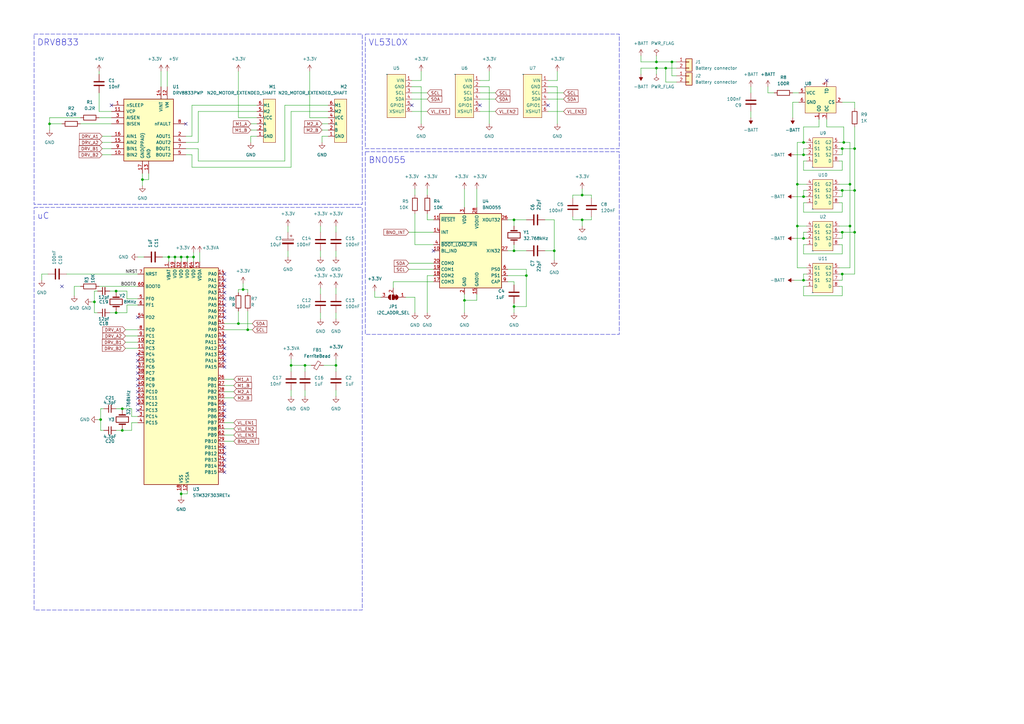
<source format=kicad_sch>
(kicad_sch (version 20230121) (generator eeschema)
  (paper "A3")
  (junction (at 101.6 135.255))
  (junction (at 350.52 78.105))
  (junction (at 79.375 105.41))
  (junction (at 238.76 90.17))
  (junction (at 137.795 149.86))
  (junction (at 47.625 128.27))
  (junction (at 71.755 105.41))
  (junction (at 50.165 176.53))
  (junction (at 346.075 58.42))
  (junction (at 215.9 113.03))
  (junction (at 125.095 149.86))
  (junction (at 345.44 95.25))
  (junction (at 350.52 95.25))
  (junction (at 74.295 105.41))
  (junction (at 269.24 27.94))
  (junction (at 97.79 132.715))
  (junction (at 327.025 75.565))
  (junction (at 345.44 78.105))
  (junction (at 190.5 123.19))
  (junction (at 99.695 118.745))
  (junction (at 329.565 63.5))
  (junction (at 275.59 25.4))
  (junction (at 38.735 123.825))
  (junction (at 210.82 125.73))
  (junction (at 58.42 73.66))
  (junction (at 329.565 58.42))
  (junction (at 50.165 167.64))
  (junction (at 41.275 172.085))
  (junction (at 269.24 25.4))
  (junction (at 273.05 27.94))
  (junction (at 69.215 105.41))
  (junction (at 348.615 75.565))
  (junction (at 345.44 60.96))
  (junction (at 210.82 102.87))
  (junction (at 74.295 202.565))
  (junction (at 327.025 92.71))
  (junction (at 238.76 80.01))
  (junction (at 119.38 149.86))
  (junction (at 329.565 97.79))
  (junction (at 76.835 105.41))
  (junction (at 350.52 60.96))
  (junction (at 20.32 50.8))
  (junction (at 210.82 90.17))
  (junction (at 345.44 112.395))
  (junction (at 329.565 114.935))
  (junction (at 329.565 80.645))
  (junction (at 227.33 102.87))
  (junction (at 348.615 92.71))
  (junction (at 47.625 119.38))
  (no_connect (at 196.85 43.18))
  (no_connect (at 92.075 127.635))
  (no_connect (at 92.075 147.955))
  (no_connect (at 92.075 142.875))
  (no_connect (at 92.075 117.475))
  (no_connect (at 92.075 186.055))
  (no_connect (at 56.515 150.495))
  (no_connect (at 76.2 50.8))
  (no_connect (at 92.075 145.415))
  (no_connect (at 92.075 125.095))
  (no_connect (at 92.075 170.815))
  (no_connect (at 56.515 160.655))
  (no_connect (at 92.075 188.595))
  (no_connect (at 56.515 130.175))
  (no_connect (at 56.515 168.275))
  (no_connect (at 177.8 102.87))
  (no_connect (at 168.91 43.18))
  (no_connect (at 92.075 130.175))
  (no_connect (at 92.075 137.795))
  (no_connect (at 92.075 114.935))
  (no_connect (at 56.515 145.415))
  (no_connect (at 92.075 112.395))
  (no_connect (at 92.075 122.555))
  (no_connect (at 92.075 150.495))
  (no_connect (at 339.09 33.02))
  (no_connect (at 92.075 193.675))
  (no_connect (at 224.79 43.18))
  (no_connect (at 92.075 140.335))
  (no_connect (at 92.075 191.135))
  (no_connect (at 56.515 158.115))
  (no_connect (at 92.075 165.735))
  (no_connect (at 56.515 155.575))
  (no_connect (at 45.72 43.18))
  (no_connect (at 56.515 163.195))
  (no_connect (at 92.075 120.015))
  (no_connect (at 92.075 168.275))
  (no_connect (at 56.515 153.035))
  (no_connect (at 56.515 165.735))
  (no_connect (at 25.4 117.475))
  (no_connect (at 92.075 183.515))
  (no_connect (at 56.515 147.955))
  (wire (pts (xy 329.565 80.645) (xy 330.835 80.645)))
  (wire (pts (xy 224.79 38.1) (xy 231.14 38.1)))
  (wire (pts (xy 92.075 178.435) (xy 95.885 178.435)))
  (wire (pts (xy 66.675 105.41) (xy 69.215 105.41)))
  (wire (pts (xy 345.44 83.185) (xy 344.17 83.185)))
  (wire (pts (xy 76.2 63.5) (xy 78.74 63.5)))
  (wire (pts (xy 53.975 170.815) (xy 56.515 170.815)))
  (wire (pts (xy 348.615 92.71) (xy 348.615 109.855)))
  (wire (pts (xy 60.96 71.12) (xy 60.96 73.66)))
  (wire (pts (xy 177.8 115.57) (xy 161.29 115.57)))
  (wire (pts (xy 215.9 110.49) (xy 215.9 113.03)))
  (wire (pts (xy 234.95 80.01) (xy 234.95 81.28)))
  (wire (pts (xy 345.44 86.995) (xy 345.44 83.185)))
  (wire (pts (xy 350.52 95.25) (xy 345.44 95.25)))
  (wire (pts (xy 47.625 167.64) (xy 50.165 167.64)))
  (wire (pts (xy 262.89 22.86) (xy 262.89 25.4)))
  (wire (pts (xy 51.435 142.875) (xy 56.515 142.875)))
  (wire (pts (xy 76.835 202.565) (xy 74.295 202.565)))
  (wire (pts (xy 238.76 80.01) (xy 234.95 80.01)))
  (wire (pts (xy 168.91 40.64) (xy 175.26 40.64)))
  (wire (pts (xy 105.41 55.88) (xy 102.87 55.88)))
  (wire (pts (xy 132.08 58.42) (xy 132.08 55.88)))
  (wire (pts (xy 51.435 135.255) (xy 56.515 135.255)))
  (wire (pts (xy 234.95 90.17) (xy 234.95 88.9)))
  (wire (pts (xy 52.07 119.38) (xy 52.07 122.555)))
  (wire (pts (xy 33.02 48.26) (xy 20.32 48.26)))
  (wire (pts (xy 81.28 58.42) (xy 81.28 45.72)))
  (wire (pts (xy 170.18 100.33) (xy 170.18 87.63)))
  (wire (pts (xy 262.89 25.4) (xy 269.24 25.4)))
  (wire (pts (xy 47.625 127.635) (xy 47.625 128.27)))
  (wire (pts (xy 79.375 107.315) (xy 79.375 105.41)))
  (wire (pts (xy 92.075 180.975) (xy 95.885 180.975)))
  (wire (pts (xy 74.295 107.315) (xy 74.295 105.41)))
  (wire (pts (xy 134.62 48.26) (xy 127 48.26)))
  (wire (pts (xy 329.565 114.935) (xy 330.835 114.935)))
  (wire (pts (xy 329.565 86.995) (xy 345.44 86.995)))
  (wire (pts (xy 33.02 117.475) (xy 30.48 117.475)))
  (wire (pts (xy 346.075 52.07) (xy 346.075 58.42)))
  (wire (pts (xy 344.17 60.96) (xy 345.44 60.96)))
  (wire (pts (xy 190.5 123.19) (xy 190.5 128.27)))
  (wire (pts (xy 307.975 35.56) (xy 307.975 38.1)))
  (wire (pts (xy 116.84 66.04) (xy 116.84 43.18)))
  (wire (pts (xy 329.565 58.42) (xy 329.565 52.07)))
  (wire (pts (xy 101.6 127.635) (xy 101.6 135.255)))
  (wire (pts (xy 161.29 115.57) (xy 161.29 118.11)))
  (wire (pts (xy 131.445 102.87) (xy 131.445 105.41)))
  (wire (pts (xy 76.835 105.41) (xy 74.295 105.41)))
  (wire (pts (xy 172.72 33.02) (xy 172.72 29.21)))
  (wire (pts (xy 52.07 125.095) (xy 56.515 125.095)))
  (wire (pts (xy 132.715 149.86) (xy 137.795 149.86)))
  (wire (pts (xy 195.58 77.47) (xy 195.58 85.09)))
  (wire (pts (xy 134.62 55.88) (xy 132.08 55.88)))
  (wire (pts (xy 327.025 109.855) (xy 330.835 109.855)))
  (wire (pts (xy 238.76 90.17) (xy 238.76 92.71)))
  (wire (pts (xy 345.44 60.96) (xy 350.52 60.96)))
  (wire (pts (xy 47.625 119.38) (xy 52.07 119.38)))
  (wire (pts (xy 119.38 45.72) (xy 134.62 45.72)))
  (wire (pts (xy 66.04 29.21) (xy 66.04 35.56)))
  (wire (pts (xy 20.32 50.8) (xy 20.32 53.34)))
  (wire (pts (xy 275.59 25.4) (xy 277.495 25.4)))
  (wire (pts (xy 119.38 149.86) (xy 119.38 152.4)))
  (wire (pts (xy 118.11 102.87) (xy 118.11 105.41)))
  (wire (pts (xy 339.09 48.895) (xy 339.09 52.07)))
  (wire (pts (xy 79.375 105.41) (xy 76.835 105.41)))
  (wire (pts (xy 344.17 80.645) (xy 345.44 80.645)))
  (wire (pts (xy 200.66 35.56) (xy 200.66 50.8)))
  (wire (pts (xy 175.26 77.47) (xy 175.26 80.01)))
  (wire (pts (xy 177.8 100.33) (xy 170.18 100.33)))
  (wire (pts (xy 195.58 120.65) (xy 195.58 123.19)))
  (wire (pts (xy 208.28 113.03) (xy 215.9 113.03)))
  (wire (pts (xy 223.52 90.17) (xy 227.33 90.17)))
  (wire (pts (xy 27.305 112.395) (xy 56.515 112.395)))
  (wire (pts (xy 350.52 95.25) (xy 350.52 112.395)))
  (wire (pts (xy 330.835 78.105) (xy 329.565 78.105)))
  (wire (pts (xy 350.52 52.07) (xy 350.52 60.96)))
  (wire (pts (xy 97.79 132.715) (xy 103.505 132.715)))
  (wire (pts (xy 132.08 53.34) (xy 134.62 53.34)))
  (wire (pts (xy 137.795 149.86) (xy 137.795 152.4)))
  (wire (pts (xy 137.795 102.87) (xy 137.795 105.41)))
  (wire (pts (xy 345.44 69.85) (xy 345.44 66.04)))
  (wire (pts (xy 167.64 95.25) (xy 177.8 95.25)))
  (wire (pts (xy 238.76 80.01) (xy 242.57 80.01)))
  (wire (pts (xy 81.28 45.72) (xy 105.41 45.72)))
  (wire (pts (xy 41.275 172.085) (xy 41.275 176.53)))
  (wire (pts (xy 40.64 117.475) (xy 56.515 117.475)))
  (wire (pts (xy 325.755 97.79) (xy 329.565 97.79)))
  (wire (pts (xy 52.07 122.555) (xy 56.515 122.555)))
  (wire (pts (xy 92.075 132.715) (xy 97.79 132.715)))
  (wire (pts (xy 41.275 167.64) (xy 41.275 172.085)))
  (wire (pts (xy 81.915 103.505) (xy 81.915 107.315)))
  (wire (pts (xy 350.52 78.105) (xy 345.44 78.105)))
  (wire (pts (xy 131.445 118.11) (xy 131.445 120.65)))
  (wire (pts (xy 269.24 25.4) (xy 275.59 25.4)))
  (wire (pts (xy 50.165 167.64) (xy 50.165 168.275)))
  (wire (pts (xy 168.91 33.02) (xy 172.72 33.02)))
  (wire (pts (xy 167.64 107.95) (xy 177.8 107.95)))
  (wire (pts (xy 168.91 38.1) (xy 175.26 38.1)))
  (wire (pts (xy 41.91 60.96) (xy 45.72 60.96)))
  (wire (pts (xy 344.17 63.5) (xy 345.44 63.5)))
  (wire (pts (xy 329.565 112.395) (xy 329.565 114.935)))
  (wire (pts (xy 58.42 73.66) (xy 60.96 73.66)))
  (wire (pts (xy 97.79 29.21) (xy 97.79 48.26)))
  (wire (pts (xy 330.835 100.33) (xy 329.565 100.33)))
  (wire (pts (xy 97.79 118.745) (xy 97.79 120.015)))
  (wire (pts (xy 196.85 45.72) (xy 203.2 45.72)))
  (wire (pts (xy 97.79 127.635) (xy 97.79 132.715)))
  (wire (pts (xy 78.74 63.5) (xy 78.74 68.58)))
  (wire (pts (xy 314.96 38.1) (xy 314.96 35.56)))
  (wire (pts (xy 50.165 167.64) (xy 53.975 167.64)))
  (wire (pts (xy 40.005 119.38) (xy 38.735 119.38)))
  (wire (pts (xy 131.445 92.71) (xy 131.445 95.25)))
  (wire (pts (xy 190.5 77.47) (xy 190.5 85.09)))
  (wire (pts (xy 327.66 41.91) (xy 325.12 41.91)))
  (wire (pts (xy 170.18 121.92) (xy 170.18 128.27)))
  (wire (pts (xy 53.975 176.53) (xy 53.975 173.355)))
  (wire (pts (xy 81.28 58.42) (xy 76.2 58.42)))
  (wire (pts (xy 76.835 107.315) (xy 76.835 105.41)))
  (wire (pts (xy 327.025 92.71) (xy 327.025 109.855)))
  (wire (pts (xy 74.295 105.41) (xy 71.755 105.41)))
  (wire (pts (xy 40.005 128.27) (xy 38.735 128.27)))
  (wire (pts (xy 269.24 27.94) (xy 269.24 30.48)))
  (wire (pts (xy 58.42 73.66) (xy 58.42 76.2)))
  (wire (pts (xy 137.795 128.27) (xy 137.795 130.81)))
  (wire (pts (xy 210.82 125.73) (xy 210.82 128.27)))
  (wire (pts (xy 325.755 114.935) (xy 329.565 114.935)))
  (wire (pts (xy 227.33 102.87) (xy 223.52 102.87)))
  (wire (pts (xy 74.295 202.565) (xy 74.295 203.835)))
  (wire (pts (xy 69.215 105.41) (xy 69.215 107.315)))
  (wire (pts (xy 33.02 50.8) (xy 45.72 50.8)))
  (wire (pts (xy 118.11 92.71) (xy 118.11 95.25)))
  (wire (pts (xy 17.145 112.395) (xy 17.145 114.935)))
  (wire (pts (xy 177.8 113.03) (xy 175.26 113.03)))
  (wire (pts (xy 175.26 113.03) (xy 175.26 128.27)))
  (wire (pts (xy 74.295 201.295) (xy 74.295 202.565)))
  (wire (pts (xy 238.76 90.17) (xy 234.95 90.17)))
  (wire (pts (xy 327.025 58.42) (xy 327.025 75.565)))
  (wire (pts (xy 102.87 58.42) (xy 102.87 55.88)))
  (wire (pts (xy 242.57 81.28) (xy 242.57 80.01)))
  (wire (pts (xy 92.075 163.195) (xy 95.885 163.195)))
  (wire (pts (xy 137.795 160.02) (xy 137.795 162.56)))
  (wire (pts (xy 92.075 158.115) (xy 95.885 158.115)))
  (wire (pts (xy 69.215 105.41) (xy 71.755 105.41)))
  (wire (pts (xy 101.6 120.015) (xy 101.6 118.745)))
  (wire (pts (xy 41.275 176.53) (xy 42.545 176.53)))
  (wire (pts (xy 330.835 58.42) (xy 329.565 58.42)))
  (wire (pts (xy 38.735 123.825) (xy 37.465 123.825)))
  (wire (pts (xy 78.74 68.58) (xy 119.38 68.58)))
  (wire (pts (xy 345.44 117.475) (xy 344.17 117.475)))
  (wire (pts (xy 262.89 27.94) (xy 262.89 30.48)))
  (wire (pts (xy 307.975 45.72) (xy 307.975 48.26)))
  (wire (pts (xy 228.6 35.56) (xy 228.6 50.8)))
  (wire (pts (xy 210.82 90.17) (xy 210.82 92.71)))
  (wire (pts (xy 51.435 137.795) (xy 56.515 137.795)))
  (wire (pts (xy 348.615 58.42) (xy 348.615 75.565)))
  (wire (pts (xy 224.79 45.72) (xy 231.14 45.72)))
  (wire (pts (xy 215.9 125.73) (xy 210.82 125.73)))
  (wire (pts (xy 350.52 60.96) (xy 350.52 78.105)))
  (wire (pts (xy 329.565 78.105) (xy 329.565 80.645)))
  (wire (pts (xy 41.91 55.88) (xy 45.72 55.88)))
  (wire (pts (xy 40.64 45.72) (xy 45.72 45.72)))
  (wire (pts (xy 346.075 58.42) (xy 348.615 58.42)))
  (wire (pts (xy 170.18 77.47) (xy 170.18 80.01)))
  (wire (pts (xy 329.565 97.79) (xy 330.835 97.79)))
  (wire (pts (xy 196.85 35.56) (xy 200.66 35.56)))
  (wire (pts (xy 20.32 48.26) (xy 20.32 50.8)))
  (wire (pts (xy 330.835 60.96) (xy 329.565 60.96)))
  (wire (pts (xy 92.075 155.575) (xy 95.885 155.575)))
  (wire (pts (xy 81.28 60.96) (xy 81.28 66.04)))
  (wire (pts (xy 137.795 147.32) (xy 137.795 149.86)))
  (wire (pts (xy 102.87 50.8) (xy 105.41 50.8)))
  (wire (pts (xy 52.07 128.27) (xy 52.07 125.095)))
  (wire (pts (xy 167.64 110.49) (xy 177.8 110.49)))
  (wire (pts (xy 53.975 167.64) (xy 53.975 170.815)))
  (wire (pts (xy 327.025 75.565) (xy 327.025 92.71)))
  (wire (pts (xy 208.28 115.57) (xy 210.82 115.57)))
  (wire (pts (xy 330.835 95.25) (xy 329.565 95.25)))
  (wire (pts (xy 273.05 27.94) (xy 277.495 27.94)))
  (wire (pts (xy 345.44 80.645) (xy 345.44 78.105)))
  (wire (pts (xy 210.82 90.17) (xy 215.9 90.17)))
  (wire (pts (xy 137.795 118.11) (xy 137.795 120.65)))
  (wire (pts (xy 41.91 58.42) (xy 45.72 58.42)))
  (wire (pts (xy 329.565 104.14) (xy 345.44 104.14)))
  (wire (pts (xy 210.82 102.87) (xy 215.9 102.87)))
  (wire (pts (xy 210.82 124.46) (xy 210.82 125.73)))
  (wire (pts (xy 327.025 92.71) (xy 330.835 92.71)))
  (wire (pts (xy 329.565 69.85) (xy 345.44 69.85)))
  (wire (pts (xy 102.87 53.34) (xy 105.41 53.34)))
  (wire (pts (xy 329.565 95.25) (xy 329.565 97.79)))
  (wire (pts (xy 269.24 22.86) (xy 269.24 25.4)))
  (wire (pts (xy 166.37 121.92) (xy 170.18 121.92)))
  (wire (pts (xy 329.565 66.04) (xy 329.565 69.85)))
  (wire (pts (xy 45.085 119.38) (xy 47.625 119.38)))
  (wire (pts (xy 68.58 29.21) (xy 68.58 35.56)))
  (wire (pts (xy 99.695 118.745) (xy 101.6 118.745)))
  (wire (pts (xy 19.685 112.395) (xy 17.145 112.395)))
  (wire (pts (xy 228.6 33.02) (xy 228.6 29.21)))
  (wire (pts (xy 99.695 118.745) (xy 97.79 118.745)))
  (wire (pts (xy 348.615 75.565) (xy 348.615 92.71)))
  (wire (pts (xy 345.44 121.285) (xy 345.44 117.475)))
  (wire (pts (xy 153.67 121.92) (xy 153.67 119.38)))
  (wire (pts (xy 41.91 63.5) (xy 45.72 63.5)))
  (wire (pts (xy 168.91 35.56) (xy 172.72 35.56)))
  (wire (pts (xy 208.28 102.87) (xy 210.82 102.87)))
  (wire (pts (xy 78.74 43.18) (xy 78.74 55.88)))
  (wire (pts (xy 350.52 41.91) (xy 350.52 44.45)))
  (wire (pts (xy 329.565 58.42) (xy 327.025 58.42)))
  (wire (pts (xy 329.565 52.07) (xy 335.915 52.07)))
  (wire (pts (xy 238.76 77.47) (xy 238.76 80.01)))
  (wire (pts (xy 190.5 120.65) (xy 190.5 123.19)))
  (wire (pts (xy 50.165 176.53) (xy 53.975 176.53)))
  (wire (pts (xy 153.67 121.92) (xy 156.21 121.92)))
  (wire (pts (xy 227.33 90.17) (xy 227.33 102.87)))
  (wire (pts (xy 30.48 117.475) (xy 30.48 121.285)))
  (wire (pts (xy 224.79 35.56) (xy 228.6 35.56)))
  (wire (pts (xy 329.565 100.33) (xy 329.565 104.14)))
  (wire (pts (xy 325.12 41.91) (xy 325.12 48.26)))
  (wire (pts (xy 92.075 173.355) (xy 95.885 173.355)))
  (wire (pts (xy 345.44 97.79) (xy 345.44 95.25)))
  (wire (pts (xy 47.625 128.27) (xy 52.07 128.27)))
  (wire (pts (xy 262.89 27.94) (xy 269.24 27.94)))
  (wire (pts (xy 224.79 33.02) (xy 228.6 33.02)))
  (wire (pts (xy 330.835 66.04) (xy 329.565 66.04)))
  (wire (pts (xy 40.64 38.1) (xy 40.64 45.72)))
  (wire (pts (xy 196.85 33.02) (xy 200.66 33.02)))
  (wire (pts (xy 339.09 52.07) (xy 346.075 52.07)))
  (wire (pts (xy 76.2 60.96) (xy 81.28 60.96)))
  (wire (pts (xy 168.91 45.72) (xy 175.26 45.72)))
  (wire (pts (xy 346.075 58.42) (xy 344.17 58.42)))
  (wire (pts (xy 345.44 63.5) (xy 345.44 60.96)))
  (wire (pts (xy 105.41 48.26) (xy 97.79 48.26)))
  (wire (pts (xy 172.72 35.56) (xy 172.72 50.8)))
  (wire (pts (xy 330.835 112.395) (xy 329.565 112.395)))
  (wire (pts (xy 76.835 201.295) (xy 76.835 202.565)))
  (wire (pts (xy 345.44 112.395) (xy 344.17 112.395)))
  (wire (pts (xy 119.38 160.02) (xy 119.38 162.56)))
  (wire (pts (xy 275.59 31.115) (xy 275.59 25.4)))
  (wire (pts (xy 175.26 87.63) (xy 175.26 90.17)))
  (wire (pts (xy 38.735 119.38) (xy 38.735 123.825)))
  (wire (pts (xy 137.795 92.71) (xy 137.795 95.25)))
  (wire (pts (xy 53.975 173.355) (xy 56.515 173.355)))
  (wire (pts (xy 20.32 50.8) (xy 25.4 50.8)))
  (wire (pts (xy 210.82 115.57) (xy 210.82 116.84)))
  (wire (pts (xy 238.76 90.17) (xy 242.57 90.17)))
  (wire (pts (xy 345.44 104.14) (xy 345.44 100.33)))
  (wire (pts (xy 42.545 167.64) (xy 41.275 167.64)))
  (wire (pts (xy 79.375 103.505) (xy 79.375 105.41)))
  (wire (pts (xy 195.58 123.19) (xy 190.5 123.19)))
  (wire (pts (xy 325.12 38.1) (xy 327.66 38.1)))
  (wire (pts (xy 101.6 135.255) (xy 103.505 135.255)))
  (wire (pts (xy 127.635 149.86) (xy 125.095 149.86)))
  (wire (pts (xy 119.38 147.32) (xy 119.38 149.86)))
  (wire (pts (xy 92.075 135.255) (xy 101.6 135.255)))
  (wire (pts (xy 208.28 110.49) (xy 215.9 110.49)))
  (wire (pts (xy 224.79 40.64) (xy 231.14 40.64)))
  (wire (pts (xy 345.44 100.33) (xy 344.17 100.33)))
  (wire (pts (xy 325.755 80.645) (xy 329.565 80.645)))
  (wire (pts (xy 329.565 117.475) (xy 329.565 121.285)))
  (wire (pts (xy 348.615 109.855) (xy 344.17 109.855)))
  (wire (pts (xy 277.495 33.655) (xy 273.05 33.655)))
  (wire (pts (xy 81.28 66.04) (xy 116.84 66.04)))
  (wire (pts (xy 175.26 90.17) (xy 177.8 90.17)))
  (wire (pts (xy 196.85 38.1) (xy 203.2 38.1)))
  (wire (pts (xy 56.515 105.41) (xy 59.055 105.41)))
  (wire (pts (xy 345.44 66.04) (xy 344.17 66.04)))
  (wire (pts (xy 325.755 63.5) (xy 329.565 63.5)))
  (wire (pts (xy 330.835 117.475) (xy 329.565 117.475)))
  (wire (pts (xy 329.565 60.96) (xy 329.565 63.5)))
  (wire (pts (xy 40.64 48.26) (xy 45.72 48.26)))
  (wire (pts (xy 40.64 29.21) (xy 40.64 30.48)))
  (wire (pts (xy 71.755 105.41) (xy 71.755 107.315)))
  (wire (pts (xy 131.445 128.27) (xy 131.445 130.81)))
  (wire (pts (xy 200.66 33.02) (xy 200.66 29.21)))
  (wire (pts (xy 269.24 27.94) (xy 273.05 27.94)))
  (wire (pts (xy 132.08 50.8) (xy 134.62 50.8)))
  (wire (pts (xy 38.735 123.825) (xy 38.735 128.27)))
  (wire (pts (xy 345.44 114.935) (xy 345.44 112.395)))
  (wire (pts (xy 50.165 175.895) (xy 50.165 176.53)))
  (wire (pts (xy 344.17 114.935) (xy 345.44 114.935)))
  (wire (pts (xy 329.565 83.185) (xy 329.565 86.995)))
  (wire (pts (xy 277.495 31.115) (xy 275.59 31.115)))
  (wire (pts (xy 99.695 116.205) (xy 99.695 118.745)))
  (wire (pts (xy 227.33 102.87) (xy 227.33 106.68)))
  (wire (pts (xy 116.84 43.18) (xy 134.62 43.18)))
  (wire (pts (xy 329.565 63.5) (xy 330.835 63.5)))
  (wire (pts (xy 345.44 95.25) (xy 344.17 95.25)))
  (wire (pts (xy 350.52 112.395) (xy 345.44 112.395)))
  (wire (pts (xy 78.74 55.88) (xy 76.2 55.88)))
  (wire (pts (xy 335.915 52.07) (xy 335.915 48.895)))
  (wire (pts (xy 58.42 71.12) (xy 58.42 73.66)))
  (wire (pts (xy 350.52 78.105) (xy 350.52 95.25)))
  (wire (pts (xy 208.28 90.17) (xy 210.82 90.17)))
  (wire (pts (xy 47.625 120.015) (xy 47.625 119.38)))
  (wire (pts (xy 215.9 113.03) (xy 215.9 125.73)))
  (wire (pts (xy 273.05 33.655) (xy 273.05 27.94)))
  (wire (pts (xy 78.74 43.18) (xy 105.41 43.18)))
  (wire (pts (xy 345.44 78.105) (xy 344.17 78.105)))
  (wire (pts (xy 125.095 149.86) (xy 125.095 152.4)))
  (wire (pts (xy 196.85 40.64) (xy 203.2 40.64)))
  (wire (pts (xy 344.17 97.79) (xy 345.44 97.79)))
  (wire (pts (xy 125.095 149.86) (xy 119.38 149.86)))
  (wire (pts (xy 92.075 160.655) (xy 95.885 160.655)))
  (wire (pts (xy 125.095 160.02) (xy 125.095 162.56)))
  (wire (pts (xy 92.075 175.895) (xy 95.885 175.895)))
  (wire (pts (xy 348.615 92.71) (xy 344.17 92.71)))
  (wire (pts (xy 242.57 88.9) (xy 242.57 90.17)))
  (wire (pts (xy 47.625 176.53) (xy 50.165 176.53)))
  (wire (pts (xy 330.835 83.185) (xy 329.565 83.185)))
  (wire (pts (xy 345.44 41.91) (xy 350.52 41.91)))
  (wire (pts (xy 51.435 140.335) (xy 56.515 140.335)))
  (wire (pts (xy 40.005 172.085) (xy 41.275 172.085)))
  (wire (pts (xy 119.38 68.58) (xy 119.38 45.72)))
  (wire (pts (xy 45.085 128.27) (xy 47.625 128.27)))
  (wire (pts (xy 210.82 102.87) (xy 210.82 100.33)))
  (wire (pts (xy 348.615 75.565) (xy 344.17 75.565)))
  (wire (pts (xy 127 29.21) (xy 127 48.26)))
  (wire (pts (xy 317.5 38.1) (xy 314.96 38.1)))
  (wire (pts (xy 327.025 75.565) (xy 330.835 75.565)))
  (wire (pts (xy 329.565 121.285) (xy 345.44 121.285)))
  (rectangle (start 13.97 85.09) (end 148.59 250.19) (stroke (width 0) (type dash)))
  (rectangle (start 149.86 62.23) (end 254 137.16) (stroke (width 0) (type dash)))
  (rectangle (start 13.97 13.97) (end 148.59 83.82) (stroke (width 0) (type dash)))
  (rectangle (start 149.86 13.97) (end 254 60.96) (stroke (width 0) (type dash)))
  (text "DRV8833" (at 15.24 19.05 0) (effects (font (size 2.54 2.54)) (justify left bottom)))
  (text "VL53L0X" (at 151.13 19.05 0) (effects (font (size 2.54 2.54)) (justify left bottom)))
  (text "BNO055" (at 151.13 67.31 0) (effects (font (size 2.54 2.54)) (justify left bottom)))
  (text "uC" (at 15.24 90.17 0) (effects (font (size 2.54 2.54)) (justify left bottom)))
  (label "BOOT0" (at 49.53 117.475 0))
  (label "NRST" (at 51.435 112.395 0))
  (global_label "DRV_A2" (shape input) (at 51.435 137.795 180) (property "Intersheetrefs" "${INTERSHEET_REFS}" (effects hide)))
  (global_label "DRV_B1" (shape input) (at 41.91 60.96 180) (property "Intersheetrefs" "${INTERSHEET_REFS}" (effects hide)))
  (global_label "DRV_B2" (shape input) (at 51.435 142.875 180) (property "Intersheetrefs" "${INTERSHEET_REFS}" (effects hide)))
  (global_label "VL_EN3" (shape input) (at 95.885 178.435 0) (property "Intersheetrefs" "${INTERSHEET_REFS}" (effects hide)))
  (global_label "M1_B" (shape input) (at 102.87 53.34 180) (property "Intersheetrefs" "${INTERSHEET_REFS}" (effects hide)))
  (global_label "SCL" (shape input) (at 167.64 110.49 180) (property "Intersheetrefs" "${INTERSHEET_REFS}" (effects hide)))
  (global_label "VL_EN2" (shape input) (at 95.885 175.895 0) (property "Intersheetrefs" "${INTERSHEET_REFS}" (effects hide)))
  (global_label "M2_A" (shape input) (at 95.885 160.655 0) (property "Intersheetrefs" "${INTERSHEET_REFS}" (effects hide)))
  (global_label "M2_B" (shape input) (at 95.885 163.195 0) (property "Intersheetrefs" "${INTERSHEET_REFS}" (effects hide)))
  (global_label "SCL" (shape input) (at 103.505 135.255 0) (property "Intersheetrefs" "${INTERSHEET_REFS}" (effects hide)))
  (global_label "M2_B" (shape input) (at 132.08 53.34 180) (property "Intersheetrefs" "${INTERSHEET_REFS}" (effects hide)))
  (global_label "VL_EN3" (shape input) (at 231.14 45.72 0) (property "Intersheetrefs" "${INTERSHEET_REFS}" (effects hide)))
  (global_label "VL_EN1" (shape input) (at 95.885 173.355 0) (property "Intersheetrefs" "${INTERSHEET_REFS}" (effects hide)))
  (global_label "SDA" (shape input) (at 175.26 40.64 0) (property "Intersheetrefs" "${INTERSHEET_REFS}" (effects hide)))
  (global_label "SDA" (shape input) (at 103.505 132.715 0) (property "Intersheetrefs" "${INTERSHEET_REFS}" (effects hide)))
  (global_label "M1_B" (shape input) (at 95.885 158.115 0) (property "Intersheetrefs" "${INTERSHEET_REFS}" (effects hide)))
  (global_label "SCL" (shape input) (at 231.14 38.1 0) (property "Intersheetrefs" "${INTERSHEET_REFS}" (effects hide)))
  (global_label "BNO_INT" (shape input) (at 167.64 95.25 180) (property "Intersheetrefs" "${INTERSHEET_REFS}" (effects hide)))
  (global_label "VL_EN2" (shape input) (at 203.2 45.72 0) (property "Intersheetrefs" "${INTERSHEET_REFS}" (effects hide)))
  (global_label "M1_A" (shape input) (at 102.87 50.8 180) (property "Intersheetrefs" "${INTERSHEET_REFS}" (effects hide)))
  (global_label "DRV_B1" (shape input) (at 51.435 140.335 180) (property "Intersheetrefs" "${INTERSHEET_REFS}" (effects hide)))
  (global_label "DRV_A1" (shape input) (at 41.91 55.88 180) (property "Intersheetrefs" "${INTERSHEET_REFS}" (effects hide)))
  (global_label "M2_A" (shape input) (at 132.08 50.8 180) (property "Intersheetrefs" "${INTERSHEET_REFS}" (effects hide)))
  (global_label "DRV_A2" (shape input) (at 41.91 58.42 180) (property "Intersheetrefs" "${INTERSHEET_REFS}" (effects hide)))
  (global_label "SCL" (shape input) (at 175.26 38.1 0) (property "Intersheetrefs" "${INTERSHEET_REFS}" (effects hide)))
  (global_label "SDA" (shape input) (at 203.2 40.64 0) (property "Intersheetrefs" "${INTERSHEET_REFS}" (effects hide)))
  (global_label "VL_EN1" (shape input) (at 175.26 45.72 0) (property "Intersheetrefs" "${INTERSHEET_REFS}" (effects hide)))
  (global_label "SDA" (shape input) (at 167.64 107.95 180) (property "Intersheetrefs" "${INTERSHEET_REFS}" (effects hide)))
  (global_label "SDA" (shape input) (at 231.14 40.64 0) (property "Intersheetrefs" "${INTERSHEET_REFS}" (effects hide)))
  (global_label "SCL" (shape input) (at 203.2 38.1 0) (property "Intersheetrefs" "${INTERSHEET_REFS}" (effects hide)))
  (global_label "M1_A" (shape input) (at 95.885 155.575 0) (property "Intersheetrefs" "${INTERSHEET_REFS}" (effects hide)))
  (global_label "DRV_A1" (shape input) (at 51.435 135.255 180) (property "Intersheetrefs" "${INTERSHEET_REFS}" (effects hide)))
  (global_label "BNO_INT" (shape input) (at 95.885 180.975 0) (property "Intersheetrefs" "${INTERSHEET_REFS}" (effects hide)))
  (global_label "DRV_B2" (shape input) (at 41.91 63.5 180) (property "Intersheetrefs" "${INTERSHEET_REFS}" (effects hide)))
  (symbol (lib_id "Device:C") (at 23.495 112.395 270) (mirror x) (unit 1)
    (property "Reference" "C10" (at 24.765 108.585 0) (effects (justify left)))
    (property "Value" "100nF" (at 22.225 108.585 0) (effects (justify left)))
    (property "Footprint" "Capacitor_SMD:C_0805_2012Metric" (effects hide))
  )
  (symbol (lib_id "power:+3.3V") (at 170.18 77.47 0) (unit 1)
    (property "Reference" "#PWR013" (effects hide))
    (property "Value" "+3.3V" (at 168.91 72.39 0))
  )
  (symbol (lib_id "Device:C") (at 219.71 102.87 90) (mirror x) (unit 1)
    (property "Reference" "C7" (at 218.44 106.68 0) (effects (justify left)))
    (property "Value" "22pF" (at 220.98 106.68 0) (effects (justify left)))
    (property "Footprint" "Capacitor_SMD:C_0805_2012Metric" (effects hide))
  )
  (symbol (lib_id "pololu:8205A") (at 333.375 102.87 0) (mirror x) (unit 1)
    (property "Reference" "U2" (at 337.5025 88.9 0))
    (property "Value" "~" (at 333.375 102.87 0))
    (property "Footprint" "Package_SO:TSSOP-8_4.4x3mm_P0.65mm" (effects hide))
  )
  (symbol (lib_id "Device:C") (at 137.795 124.46 0) (unit 1)
    (property "Reference" "C13" (at 141.605 123.19 0) (effects (justify left)))
    (property "Value" "100nF" (at 141.605 125.73 0) (effects (justify left)))
    (property "Footprint" "Capacitor_SMD:C_0805_2012Metric" (effects hide))
  )
  (symbol (lib_id "power:GND") (at 40.005 172.085 270) (mirror x) (unit 1)
    (property "Reference" "#PWR060" (effects hide))
    (property "Value" "GND" (at 36.83 172.085 90) (effects (justify right)))
  )
  (symbol (lib_id "power:GND") (at 170.18 128.27 0) (mirror y) (unit 1)
    (property "Reference" "#PWR017" (effects hide))
    (property "Value" "GND" (at 170.18 133.35 0))
  )
  (symbol (lib_id "power:+3.3V") (at 137.795 147.32 0) (mirror y) (unit 1)
    (property "Reference" "#PWR053" (effects hide))
    (property "Value" "+3.3V" (at 137.795 142.24 0))
  )
  (symbol (lib_id "power:-BATT") (at 325.755 80.645 90) (unit 1)
    (property "Reference" "#PWR040" (effects hide))
    (property "Value" "-BATT" (at 321.945 80.645 90) (effects (justify left)))
  )
  (symbol (lib_id "power:+3.3V") (at 99.695 116.205 0) (unit 1)
    (property "Reference" "#PWR010" (effects hide))
    (property "Value" "+3.3V" (at 99.695 111.125 0))
  )
  (symbol (lib_id "Device:C_Small") (at 45.085 167.64 90) (unit 1)
    (property "Reference" "C21" (at 45.085 163.195 90))
    (property "Value" "4.3pF" (at 45.085 165.1 90))
    (property "Footprint" "Capacitor_SMD:C_0805_2012Metric" (effects hide))
  )
  (symbol (lib_id "pololu:8205A") (at 333.375 68.58 0) (mirror x) (unit 1)
    (property "Reference" "U9" (at 337.5025 54.61 0))
    (property "Value" "~" (at 333.375 68.58 0))
    (property "Footprint" "Package_SO:TSSOP-8_4.4x3mm_P0.65mm" (effects hide))
  )
  (symbol (lib_id "power:+BATT") (at 307.975 35.56 0) (unit 1)
    (property "Reference" "#PWR037" (effects hide))
    (property "Value" "+BATT" (at 307.975 30.48 0))
  )
  (symbol (lib_id "Device:C") (at 242.57 85.09 0) (unit 1)
    (property "Reference" "C8" (at 246.38 83.82 0) (effects (justify left)))
    (property "Value" "120nF" (at 246.38 86.36 0) (effects (justify left)))
    (property "Footprint" "Capacitor_SMD:C_0805_2012Metric" (effects hide))
  )
  (symbol (lib_id "Connector_Generic:Conn_01x02") (at 282.575 25.4 0) (unit 1)
    (property "Reference" "J1" (at 285.115 25.4 0) (effects (justify left)))
    (property "Value" "Battery connector" (at 285.115 27.94 0) (effects (justify left)))
    (property "Footprint" "Connector_JST:JST_XH_B2B-XH-AM_1x02_P2.50mm_Vertical" (effects hide))
  )
  (symbol (lib_id "power:+3.3V") (at 200.66 29.21 0) (unit 1)
    (property "Reference" "#PWR026" (effects hide))
    (property "Value" "+3.3V" (at 200.66 24.13 0))
  )
  (symbol (lib_id "Device:R") (at 175.26 83.82 180) (unit 1)
    (property "Reference" "R4" (at 177.8 82.55 0) (effects (justify right)))
    (property "Value" "10K" (at 177.8 85.09 0) (effects (justify right)))
    (property "Footprint" "Resistor_SMD:R_0805_2012Metric" (effects hide))
  )
  (symbol (lib_id "power:GND") (at 17.145 114.935 0) (mirror y) (unit 1)
    (property "Reference" "#PWR07" (effects hide))
    (property "Value" "GND" (at 17.145 120.015 0))
  )
  (symbol (lib_id "Driver_Motor:DRV8833PWP") (at 60.96 53.34 0) (unit 1)
    (property "Reference" "U1" (at 70.7741 35.56 0) (effects (justify left)))
    (property "Value" "DRV8833PWP" (at 70.7741 38.1 0) (effects (justify left)))
    (property "Footprint" "Package_SO:HTSSOP-16-1EP_4.4x5mm_P0.65mm_EP3.4x5mm_Mask2.46x2.31mm_ThermalVias" (effects hide))
    (property "Datasheet" "http://www.ti.com/lit/ds/symlink/drv8833.pdf" (effects hide))
  )
  (symbol (lib_id "power:+3.3V") (at 137.795 118.11 0) (unit 1)
    (property "Reference" "#PWR049" (effects hide))
    (property "Value" "+3.3V" (at 137.795 113.03 0))
  )
  (symbol (lib_id "power:GND") (at 227.33 106.68 0) (mirror y) (unit 1)
    (property "Reference" "#PWR022" (effects hide))
    (property "Value" "GND" (at 227.33 111.76 0))
  )
  (symbol (lib_id "Device:C") (at 137.795 156.21 0) (unit 1)
    (property "Reference" "C2" (at 141.605 154.94 0) (effects (justify left)))
    (property "Value" "1uF" (at 141.605 157.48 0) (effects (justify left)))
    (property "Footprint" "Capacitor_SMD:C_0805_2012Metric" (effects hide))
  )
  (symbol (lib_id "Device:R") (at 321.31 38.1 90) (unit 1)
    (property "Reference" "R8" (at 321.31 31.75 90))
    (property "Value" "100R" (at 321.31 34.29 90))
    (property "Footprint" "Resistor_SMD:R_0805_2012Metric" (effects hide))
  )
  (symbol (lib_id "power:+3.3V") (at 127 29.21 0) (unit 1)
    (property "Reference" "#PWR02" (effects hide))
    (property "Value" "+3.3V" (at 127 24.13 0))
  )
  (symbol (lib_id "pololu:8205A") (at 333.375 85.725 0) (mirror x) (unit 1)
    (property "Reference" "U10" (at 337.5025 71.755 0))
    (property "Value" "~" (at 333.375 85.725 0))
    (property "Footprint" "Package_SO:TSSOP-8_4.4x3mm_P0.65mm" (effects hide))
  )
  (symbol (lib_id "power:+3.3V") (at 137.795 92.71 0) (unit 1)
    (property "Reference" "#PWR051" (effects hide))
    (property "Value" "+3.3V" (at 137.795 87.63 0))
  )
  (symbol (lib_id "power:+3.3V") (at 131.445 118.11 0) (unit 1)
    (property "Reference" "#PWR048" (effects hide))
    (property "Value" "+3.3V" (at 131.445 113.03 0))
  )
  (symbol (lib_id "Device:C") (at 307.975 41.91 180) (unit 1)
    (property "Reference" "C9" (at 304.165 43.18 0) (effects (justify left)))
    (property "Value" "100nF" (at 304.165 40.64 0) (effects (justify left)))
    (property "Footprint" "Capacitor_SMD:C_0805_2012Metric" (effects hide))
  )
  (symbol (lib_id "power:GND") (at 132.08 58.42 0) (mirror y) (unit 1)
    (property "Reference" "#PWR01" (effects hide))
    (property "Value" "GND" (at 132.08 63.5 0))
  )
  (symbol (lib_id "power:+BATT") (at 314.96 35.56 0) (unit 1)
    (property "Reference" "#PWR033" (effects hide))
    (property "Value" "+BATT" (at 314.96 30.48 0))
  )
  (symbol (lib_id "Device:C") (at 137.795 99.06 0) (unit 1)
    (property "Reference" "C15" (at 141.605 97.79 0) (effects (justify left)))
    (property "Value" "100nF" (at 141.605 100.33 0) (effects (justify left)))
    (property "Footprint" "Capacitor_SMD:C_0805_2012Metric" (effects hide))
  )
  (symbol (lib_id "power:+3.3V") (at 195.58 77.47 0) (unit 1)
    (property "Reference" "#PWR018" (effects hide))
    (property "Value" "+3.3V" (at 196.85 72.39 0))
  )
  (symbol (lib_id "power:GND") (at 20.32 53.34 0) (mirror y) (unit 1)
    (property "Reference" "#PWR06" (effects hide))
    (property "Value" "GND" (at 20.32 58.42 0))
  )
  (symbol (lib_id "power:GND") (at 228.6 50.8 0) (mirror y) (unit 1)
    (property "Reference" "#PWR030" (effects hide))
    (property "Value" "GND" (at 228.6 55.88 0))
  )
  (symbol (lib_id "power:GND") (at 172.72 50.8 0) (mirror y) (unit 1)
    (property "Reference" "#PWR028" (effects hide))
    (property "Value" "GND" (at 172.72 55.88 0))
  )
  (symbol (lib_id "Device:C") (at 125.095 156.21 0) (unit 1)
    (property "Reference" "C16" (at 128.905 154.94 0) (effects (justify left)))
    (property "Value" "1uF" (at 128.905 157.48 0) (effects (justify left)))
    (property "Footprint" "Capacitor_SMD:C_0805_2012Metric" (effects hide))
  )
  (symbol (lib_id "power:GND") (at 137.795 130.81 0) (mirror y) (unit 1)
    (property "Reference" "#PWR045" (effects hide))
    (property "Value" "GND" (at 137.795 135.89 0))
  )
  (symbol (lib_id "Device:C") (at 131.445 124.46 0) (mirror y) (unit 1)
    (property "Reference" "C12" (at 127.635 123.19 0) (effects (justify left)))
    (property "Value" "100nF" (at 127.635 125.73 0) (effects (justify left)))
    (property "Footprint" "Capacitor_SMD:C_0805_2012Metric" (effects hide))
  )
  (symbol (lib_id "Device:C") (at 210.82 120.65 0) (mirror y) (unit 1)
    (property "Reference" "C4" (at 207.01 119.38 0) (effects (justify left)))
    (property "Value" "1uF" (at 207.01 121.92 0) (effects (justify left)))
    (property "Footprint" "Capacitor_SMD:C_0805_2012Metric" (effects hide))
  )
  (symbol (lib_id "Device:R") (at 36.83 48.26 90) (unit 1)
    (property "Reference" "R1" (at 36.83 41.91 90))
    (property "Value" "0.2R" (at 36.83 44.45 90))
    (property "Footprint" "Resistor_SMD:R_0805_2012Metric" (effects hide))
  )
  (symbol (lib_id "power:+5V") (at 40.64 29.21 0) (unit 1)
    (property "Reference" "#PWR05" (effects hide))
    (property "Value" "+5V" (at 40.64 24.13 0))
  )
  (symbol (lib_id "Device:Crystal") (at 210.82 96.52 90) (unit 1)
    (property "Reference" "Y1" (at 214.63 95.25 90) (effects (justify right)))
    (property "Value" "32.768kHz" (at 214.63 97.79 90) (effects (justify right)))
    (property "Footprint" "Crystal:Crystal_SMD_MicroCrystal_CM9V-T1A-2Pin_1.6x1.0mm" (effects hide))
  )
  (symbol (lib_id "pololu:8205A") (at 333.375 120.015 0) (mirror x) (unit 1)
    (property "Reference" "U11" (at 337.5025 106.045 0))
    (property "Value" "~" (at 333.375 120.015 0))
    (property "Footprint" "Package_SO:TSSOP-8_4.4x3mm_P0.65mm" (effects hide))
  )
  (symbol (lib_id "power:GND") (at 118.11 105.41 0) (unit 1)
    (property "Reference" "#PWR023" (effects hide))
    (property "Value" "GND" (at 118.11 110.49 0))
  )
  (symbol (lib_id "power:-BATT") (at 325.755 63.5 90) (unit 1)
    (property "Reference" "#PWR039" (effects hide))
    (property "Value" "-BATT" (at 321.945 63.5 90) (effects (justify left)))
  )
  (symbol (lib_id "Device:C") (at 119.38 156.21 0) (mirror y) (unit 1)
    (property "Reference" "C17" (at 115.57 154.94 0) (effects (justify left)))
    (property "Value" "10nF" (at 115.57 157.48 0) (effects (justify left)))
    (property "Footprint" "Capacitor_SMD:C_0805_2012Metric" (effects hide))
  )
  (symbol (lib_id "Device:C") (at 40.64 34.29 0) (unit 1)
    (property "Reference" "C1" (at 44.45 33.02 0) (effects (justify left)))
    (property "Value" "10nF" (at 44.45 35.56 0) (effects (justify left)))
    (property "Footprint" "Capacitor_SMD:C_0805_2012Metric" (effects hide))
  )
  (symbol (lib_id "power:+3.3V") (at 97.79 29.21 0) (unit 1)
    (property "Reference" "#PWR032" (effects hide))
    (property "Value" "+3.3V" (at 97.79 24.13 0))
  )
  (symbol (lib_id "power:GND") (at 210.82 128.27 0) (mirror y) (unit 1)
    (property "Reference" "#PWR012" (effects hide))
    (property "Value" "GND" (at 210.82 133.35 0))
  )
  (symbol (lib_id "Device:R") (at 170.18 83.82 0) (mirror x) (unit 1)
    (property "Reference" "R5" (at 167.64 82.55 0) (effects (justify right)))
    (property "Value" "10K" (at 167.64 85.09 0) (effects (justify right)))
    (property "Footprint" "Resistor_SMD:R_0805_2012Metric" (effects hide))
  )
  (symbol (lib_id "power:GND") (at 238.76 92.71 0) (mirror y) (unit 1)
    (property "Reference" "#PWR021" (effects hide))
    (property "Value" "GND" (at 238.76 97.79 0))
  )
  (symbol (lib_id "power:PWR_FLAG") (at 269.24 22.86 0) (unit 1)
    (property "Reference" "#FLG01" (effects hide))
    (property "Value" "PWR_FLAG" (at 271.78 17.78 0))
  )
  (symbol (lib_id "power:+3.3VA") (at 81.915 103.505 0) (unit 1)
    (property "Reference" "#PWR058" (effects hide))
    (property "Value" "+3.3VA" (at 86.36 101.6 0))
  )
  (symbol (lib_id "power:GND") (at 125.095 162.56 0) (mirror y) (unit 1)
    (property "Reference" "#PWR056" (effects hide))
    (property "Value" "GND" (at 125.095 167.64 0))
  )
  (symbol (lib_id "power:-BATT") (at 307.975 48.26 180) (unit 1)
    (property "Reference" "#PWR038" (effects hide))
    (property "Value" "-BATT" (at 307.975 53.34 0))
  )
  (symbol (lib_id "Device:R") (at 29.21 50.8 90) (unit 1)
    (property "Reference" "R2" (at 29.21 44.45 90))
    (property "Value" "0.2R" (at 29.21 46.99 90))
    (property "Footprint" "Resistor_SMD:R_0805_2012Metric" (effects hide))
  )
  (symbol (lib_id "power:-BATT") (at 325.755 114.935 90) (unit 1)
    (property "Reference" "#PWR041" (effects hide))
    (property "Value" "-BATT" (at 321.945 114.935 90) (effects (justify left)))
  )
  (symbol (lib_id "Device:FerriteBead_Small") (at 130.175 149.86 90) (unit 1)
    (property "Reference" "FB1" (at 130.1369 143.51 90))
    (property "Value" "FerriteBead" (at 130.1369 146.05 90))
    (property "Footprint" "Inductor_SMD:L_0805_2012Metric" (effects hide))
  )
  (symbol (lib_id "Device:C") (at 62.865 105.41 270) (mirror x) (unit 1)
    (property "Reference" "C11" (at 64.135 101.6 0) (effects (justify left)))
    (property "Value" "1uF" (at 61.595 101.6 0) (effects (justify left)))
    (property "Footprint" "Capacitor_SMD:C_0805_2012Metric" (effects hide))
  )
  (symbol (lib_id "Device:R") (at 97.79 123.825 0) (mirror x) (unit 1)
    (property "Reference" "R6" (at 96.52 122.555 0) (effects (justify right)))
    (property "Value" "R" (at 96.52 125.095 0) (effects (justify right)))
    (property "Footprint" "Resistor_SMD:R_0805_2012Metric" (effects hide))
  )
  (symbol (lib_id "pololu:VL53L0X") (at 186.69 30.48 0) (unit 1)
    (property "Reference" "U6" (at 190.5 27.94 0))
    (property "Value" "~" (at 186.69 30.48 0))
    (property "Footprint" "pololu:VL53L0X" (effects hide))
  )
  (symbol (lib_id "power:PWR_FLAG") (at 269.24 30.48 180) (unit 1)
    (property "Reference" "#FLG02" (effects hide))
    (property "Value" "PWR_FLAG" (at 271.78 35.56 0))
  )
  (symbol (lib_id "pololu:VL53L0X") (at 158.75 30.48 0) (unit 1)
    (property "Reference" "U5" (at 162.56 27.94 0))
    (property "Value" "~" (at 158.75 30.48 0))
    (property "Footprint" "pololu:VL53L0X" (effects hide))
  )
  (symbol (lib_id "Device:C_Small") (at 42.545 128.27 90) (mirror x) (unit 1)
    (property "Reference" "C18" (at 42.545 132.715 90))
    (property "Value" "12pf" (at 42.545 130.81 90))
    (property "Footprint" "Capacitor_SMD:C_0805_2012Metric" (effects hide))
  )
  (symbol (lib_id "power:-BATT") (at 325.755 97.79 90) (unit 1)
    (property "Reference" "#PWR09" (effects hide))
    (property "Value" "-BATT" (at 321.945 97.79 90) (effects (justify left)))
  )
  (symbol (lib_id "power:GND") (at 137.795 105.41 0) (mirror y) (unit 1)
    (property "Reference" "#PWR047" (effects hide))
    (property "Value" "GND" (at 137.795 110.49 0))
  )
  (symbol (lib_id "Device:C") (at 219.71 90.17 90) (unit 1)
    (property "Reference" "C6" (at 218.44 86.36 0) (effects (justify left)))
    (property "Value" "22pF" (at 220.98 86.36 0) (effects (justify left)))
    (property "Footprint" "Capacitor_SMD:C_0805_2012Metric" (effects hide))
  )
  (symbol (lib_id "power:+3.3V") (at 66.04 29.21 0) (unit 1)
    (property "Reference" "#PWR04" (effects hide))
    (property "Value" "+3.3V" (at 63.5 24.13 0))
  )
  (symbol (lib_id "power:+3.3V") (at 228.6 29.21 0) (unit 1)
    (property "Reference" "#PWR027" (effects hide))
    (property "Value" "+3.3V" (at 228.6 24.13 0))
  )
  (symbol (lib_id "power:GND") (at 74.295 203.835 0) (mirror y) (unit 1)
    (property "Reference" "#PWR052" (effects hide))
    (property "Value" "GND" (at 74.295 208.915 0))
  )
  (symbol (lib_id "power:GND") (at 58.42 76.2 0) (mirror y) (unit 1)
    (property "Reference" "#PWR03" (effects hide))
    (property "Value" "GND" (at 58.42 81.28 0))
  )
  (symbol (lib_id "power:GND") (at 131.445 105.41 0) (mirror y) (unit 1)
    (property "Reference" "#PWR046" (effects hide))
    (property "Value" "GND" (at 131.445 110.49 0))
  )
  (symbol (lib_id "power:-BATT") (at 325.12 48.26 180) (unit 1)
    (property "Reference" "#PWR036" (effects hide))
    (property "Value" "-BATT" (at 325.12 53.34 0))
  )
  (symbol (lib_id "power:+5V") (at 68.58 29.21 0) (unit 1)
    (property "Reference" "#PWR031" (effects hide))
    (property "Value" "+5V" (at 71.12 24.13 0))
  )
  (symbol (lib_id "Device:R") (at 350.52 48.26 180) (unit 1)
    (property "Reference" "R9" (at 353.06 46.99 0) (effects (justify right)))
    (property "Value" "1K" (at 353.06 49.53 0) (effects (justify right)))
    (property "Footprint" "Resistor_SMD:R_0805_2012Metric" (effects hide))
  )
  (symbol (lib_id "Sensor_Motion:BNO055") (at 193.04 102.87 0) (unit 1)
    (property "Reference" "U4" (at 197.7741 82.55 0) (effects (justify left)))
    (property "Value" "BNO055" (at 197.7741 85.09 0) (effects (justify left)))
    (property "Footprint" "Package_LGA:LGA-28_5.2x3.8mm_P0.5mm" (effects hide))
    (property "Datasheet" "https://www.bosch-sensortec.com/media/boschsensortec/downloads/datasheets/bst-bno055-ds000.pdf" (effects hide))
  )
  (symbol (lib_id "power:GND") (at 131.445 130.81 0) (mirror y) (unit 1)
    (property "Reference" "#PWR044" (effects hide))
    (property "Value" "GND" (at 131.445 135.89 0))
  )
  (symbol (lib_id "power:GND") (at 190.5 128.27 0) (mirror y) (unit 1)
    (property "Reference" "#PWR014" (effects hide))
    (property "Value" "GND" (at 190.5 133.35 0))
  )
  (symbol (lib_id "power:+BATT") (at 262.89 22.86 0) (unit 1)
    (property "Reference" "#PWR035" (effects hide))
    (property "Value" "+BATT" (at 262.89 17.78 0))
  )
  (symbol (lib_id "power:GND") (at 37.465 123.825 270) (mirror x) (unit 1)
    (property "Reference" "#PWR059" (effects hide))
    (property "Value" "GND" (at 37.465 126.365 90) (effects (justify right)))
  )
  (symbol (lib_id "power:+3.3V") (at 175.26 77.47 0) (unit 1)
    (property "Reference" "#PWR015" (effects hide))
    (property "Value" "+3.3V" (at 176.53 72.39 0))
  )
  (symbol (lib_id "power:GND") (at 175.26 128.27 0) (mirror y) (unit 1)
    (property "Reference" "#PWR019" (effects hide))
    (property "Value" "GND" (at 175.26 133.35 0))
  )
  (symbol (lib_id "Device:Crystal") (at 50.165 172.085 270) (mirror x) (unit 1)
    (property "Reference" "Y3" (at 46.99 172.085 90) (effects (justify right)))
    (property "Value" "32.768kHz" (at 52.705 160.02 0) (effects (justify right)))
    (property "Footprint" "Crystal:Crystal_SMD_MicroCrystal_CM9V-T1A-2Pin_1.6x1.0mm" (effects hide))
  )
  (symbol (lib_id "pololu:DW01") (at 330.2 35.56 0) (unit 1)
    (property "Reference" "U8" (at 331.47 34.29 0))
    (property "Value" "~" (at 330.2 35.56 0))
    (property "Footprint" "Package_TO_SOT_SMD:SOT-23-6" (effects hide))
  )
  (symbol (lib_id "power:+3.3V") (at 238.76 77.47 0) (unit 1)
    (property "Reference" "#PWR020" (effects hide))
    (property "Value" "+3.3V" (at 238.76 72.39 0))
  )
  (symbol (lib_id "power:+3.3VA") (at 119.38 147.32 0) (unit 1)
    (property "Reference" "#PWR054" (effects hide))
    (property "Value" "+3.3VA" (at 119.38 142.875 0))
  )
  (symbol (lib_id "Device:C_Small") (at 42.545 119.38 90) (mirror x) (unit 1)
    (property "Reference" "C19" (at 42.545 123.825 90))
    (property "Value" "12pf" (at 42.545 121.92 90))
    (property "Footprint" "Capacitor_SMD:C_0805_2012Metric" (effects hide))
  )
  (symbol (lib_id "MCU_ST_STM32F3:STM32F303RETx") (at 74.295 155.575 0) (unit 1)
    (property "Reference" "U3" (at 79.0291 200.66 0) (effects (justify left)))
    (property "Value" "STM32F303RETx" (at 79.0291 203.2 0) (effects (justify left)))
    (property "Footprint" "Package_QFP:LQFP-64_10x10mm_P0.5mm" (effects hide))
    (property "Datasheet" "https://www.st.com/resource/en/datasheet/stm32f303re.pdf" (effects hide))
  )
  (symbol (lib_id "power:GND") (at 102.87 58.42 0) (mirror y) (unit 1)
    (property "Reference" "#PWR0102" (effects hide))
    (property "Value" "GND" (at 102.87 63.5 0))
  )
  (symbol (lib_id "power:+3.3V") (at 79.375 103.505 0) (unit 1)
    (property "Reference" "#PWR08" (effects hide))
    (property "Value" "+3.3V" (at 74.93 101.6 0))
  )
  (symbol (lib_id "power:+3.3V") (at 131.445 92.71 0) (unit 1)
    (property "Reference" "#PWR050" (effects hide))
    (property "Value" "+3.3V" (at 131.445 87.63 0))
  )
  (symbol (lib_id "Device:Crystal") (at 47.625 123.825 90) (unit 1)
    (property "Reference" "Y2" (at 50.165 121.285 90))
    (property "Value" "8MHz" (at 53.34 123.825 90))
    (property "Footprint" "Crystal:Crystal_SMD_MicroCrystal_CM9V-T1A-2Pin_1.6x1.0mm" (effects hide))
  )
  (symbol (lib_id "power:GND") (at 30.48 121.285 0) (mirror y) (unit 1)
    (property "Reference" "#PWR042" (effects hide))
    (property "Value" "GND" (at 30.48 126.365 0))
  )
  (symbol (lib_id "Device:C") (at 234.95 85.09 0) (mirror y) (unit 1)
    (property "Reference" "C5" (at 231.14 83.82 0) (effects (justify left)))
    (property "Value" "100nF" (at 231.14 86.36 0) (effects (justify left)))
    (property "Footprint" "Capacitor_SMD:C_0805_2012Metric" (effects hide))
  )
  (symbol (lib_id "power:+3.3V") (at 172.72 29.21 0) (unit 1)
    (property "Reference" "#PWR025" (effects hide))
    (property "Value" "+3.3V" (at 172.72 24.13 0))
  )
  (symbol (lib_id "pololu:VL53L0X") (at 214.63 30.48 0) (unit 1)
    (property "Reference" "U7" (at 218.44 27.94 0))
    (property "Value" "~" (at 214.63 30.48 0))
    (property "Footprint" "pololu:VL53L0X" (effects hide))
  )
  (symbol (lib_id "power:GND") (at 119.38 162.56 0) (mirror y) (unit 1)
    (property "Reference" "#PWR055" (effects hide))
    (property "Value" "GND" (at 119.38 167.64 0))
  )
  (symbol (lib_id "pololu:N20_MOTOR_EXTENDED_SHAFT") (at 142.24 40.64 0) (mirror y) (unit 1)
    (property "Reference" "M2" (at 140.97 35.56 0))
    (property "Value" "N20_MOTOR_EXTENDED_SHAFT" (at 128.27 38.1 0))
    (property "Footprint" "pololu:N20_EXTENDED_SHAFT" (effects hide))
  )
  (symbol (lib_id "Device:C") (at 131.445 99.06 0) (mirror y) (unit 1)
    (property "Reference" "C14" (at 127.635 97.79 0) (effects (justify left)))
    (property "Value" "100nF" (at 127.635 100.33 0) (effects (justify left)))
    (property "Footprint" "Capacitor_SMD:C_0805_2012Metric" (effects hide))
  )
  (symbol (lib_id "power:GND") (at 56.515 105.41 270) (mirror x) (unit 1)
    (property "Reference" "#PWR043" (effects hide))
    (property "Value" "GND" (at 52.705 105.41 90) (effects (justify right)))
  )
  (symbol (lib_id "Device:R") (at 36.83 117.475 270) (unit 1)
    (property "Reference" "R3" (at 35.56 116.205 0) (effects (justify right)))
    (property "Value" "10K" (at 38.1 116.205 0) (effects (justify right)))
    (property "Footprint" "Resistor_SMD:R_0805_2012Metric" (effects hide))
  )
  (symbol (lib_id "Device:R") (at 101.6 123.825 180) (unit 1)
    (property "Reference" "R7" (at 102.87 122.555 0) (effects (justify right)))
    (property "Value" "R" (at 102.87 125.095 0) (effects (justify right)))
    (property "Footprint" "Resistor_SMD:R_0805_2012Metric" (effects hide))
  )
  (symbol (lib_id "Device:C_Small") (at 45.085 176.53 90) (mirror x) (unit 1)
    (property "Reference" "C20" (at 45.085 180.975 90))
    (property "Value" "4.3pF" (at 45.085 179.07 90))
    (property "Footprint" "Capacitor_SMD:C_0805_2012Metric" (effects hide))
  )
  (symbol (lib_id "power:GND") (at 200.66 50.8 0) (mirror y) (unit 1)
    (property "Reference" "#PWR029" (effects hide))
    (property "Value" "GND" (at 200.66 55.88 0))
  )
  (symbol (lib_id "power:+3.3V") (at 153.67 119.38 0) (unit 1)
    (property "Reference" "#PWR024" (effects hide))
    (property "Value" "+3.3V" (at 153.67 114.3 0))
  )
  (symbol (lib_id "Connector_Generic:Conn_01x02") (at 282.575 31.115 0) (unit 1)
    (property "Reference" "J2" (at 285.115 31.115 0) (effects (justify left)))
    (property "Value" "Battery connector" (at 285.115 33.655 0) (effects (justify left)))
    (property "Footprint" "Connector_JST:JST_XH_B2B-XH-AM_1x02_P2.50mm_Vertical" (effects hide))
  )
  (symbol (lib_id "pololu:N20_MOTOR_EXTENDED_SHAFT") (at 113.03 40.64 0) (mirror y) (unit 1)
    (property "Reference" "M1" (at 111.76 35.56 0))
    (property "Value" "N20_MOTOR_EXTENDED_SHAFT" (at 99.06 38.1 0))
    (property "Footprint" "pololu:N20_EXTENDED_SHAFT" (effects hide))
  )
  (symbol (lib_id "power:-BATT") (at 262.89 30.48 180) (unit 1)
    (property "Reference" "#PWR034" (effects hide))
    (property "Value" "-BATT" (at 262.89 35.56 0))
  )
  (symbol (lib_id "Device:C_Polarized") (at 118.11 99.06 0) (mirror y) (unit 1)
    (property "Reference" "C3" (at 115.57 97.79 0) (effects (justify left)))
    (property "Value" "10uF" (at 115.57 100.33 0) (effects (justify left)))
    (property "Footprint" "Capacitor_SMD:CP_Elec_4x3" (effects hide))
  )
  (symbol (lib_id "power:+3.3V") (at 118.11 92.71 0) (mirror y) (unit 1)
    (property "Reference" "#PWR011" (effects hide))
    (property "Value" "+3.3V" (at 118.11 87.63 0))
  )
  (symbol (lib_id "Jumper:SolderJumper_3_Bridged12") (at 161.29 121.92 180) (unit 1)
    (property "Reference" "JP1" (at 161.29 125.73 0))
    (property "Value" "I2C_ADDR_SEL" (at 161.29 128.27 0))
    (property "Footprint" "Jumper:SolderJumper-3_P1.3mm_Bridged12_Pad1.0x1.5mm_NumberLabels" (effects hide))
  )
  (symbol (lib_id "power:GND") (at 137.795 162.56 0) (mirror y) (unit 1)
    (property "Reference" "#PWR057" (effects hide))
    (property "Value" "GND" (at 137.795 167.64 0))
  )
  (symbol (lib_id "power:+3.3V") (at 190.5 77.47 0) (unit 1)
    (property "Reference" "#PWR016" (effects hide))
    (property "Value" "+3.3V" (at 189.23 72.39 0))
  )
)
</source>
